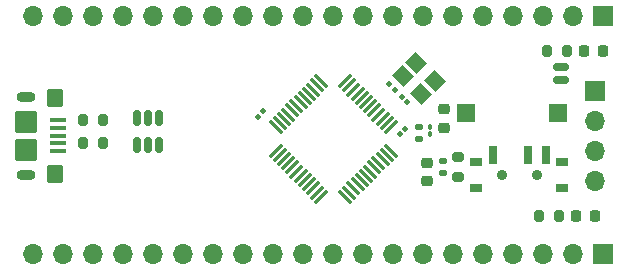
<source format=gts>
%TF.GenerationSoftware,KiCad,Pcbnew,8.0.6*%
%TF.CreationDate,2025-02-01T08:29:43+02:00*%
%TF.ProjectId,stm32,73746d33-322e-46b6-9963-61645f706362,rev?*%
%TF.SameCoordinates,Original*%
%TF.FileFunction,Soldermask,Top*%
%TF.FilePolarity,Negative*%
%FSLAX46Y46*%
G04 Gerber Fmt 4.6, Leading zero omitted, Abs format (unit mm)*
G04 Created by KiCad (PCBNEW 8.0.6) date 2025-02-01 08:29:43*
%MOMM*%
%LPD*%
G01*
G04 APERTURE LIST*
G04 Aperture macros list*
%AMRoundRect*
0 Rectangle with rounded corners*
0 $1 Rounding radius*
0 $2 $3 $4 $5 $6 $7 $8 $9 X,Y pos of 4 corners*
0 Add a 4 corners polygon primitive as box body*
4,1,4,$2,$3,$4,$5,$6,$7,$8,$9,$2,$3,0*
0 Add four circle primitives for the rounded corners*
1,1,$1+$1,$2,$3*
1,1,$1+$1,$4,$5*
1,1,$1+$1,$6,$7*
1,1,$1+$1,$8,$9*
0 Add four rect primitives between the rounded corners*
20,1,$1+$1,$2,$3,$4,$5,0*
20,1,$1+$1,$4,$5,$6,$7,0*
20,1,$1+$1,$6,$7,$8,$9,0*
20,1,$1+$1,$8,$9,$2,$3,0*%
%AMRotRect*
0 Rectangle, with rotation*
0 The origin of the aperture is its center*
0 $1 length*
0 $2 width*
0 $3 Rotation angle, in degrees counterclockwise*
0 Add horizontal line*
21,1,$1,$2,0,0,$3*%
G04 Aperture macros list end*
%ADD10RoundRect,0.100000X-0.575000X0.100000X-0.575000X-0.100000X0.575000X-0.100000X0.575000X0.100000X0*%
%ADD11O,1.600000X0.900000*%
%ADD12RoundRect,0.250000X-0.450000X0.550000X-0.450000X-0.550000X0.450000X-0.550000X0.450000X0.550000X0*%
%ADD13RoundRect,0.250000X-0.700000X0.700000X-0.700000X-0.700000X0.700000X-0.700000X0.700000X0.700000X0*%
%ADD14RoundRect,0.165000X-0.475000X0.165000X-0.475000X-0.165000X0.475000X-0.165000X0.475000X0.165000X0*%
%ADD15R,1.700000X1.700000*%
%ADD16O,1.700000X1.700000*%
%ADD17RoundRect,0.200000X-0.275000X0.200000X-0.275000X-0.200000X0.275000X-0.200000X0.275000X0.200000X0*%
%ADD18RoundRect,0.075000X0.415425X0.521491X-0.521491X-0.415425X-0.415425X-0.521491X0.521491X0.415425X0*%
%ADD19RoundRect,0.075000X-0.415425X0.521491X-0.521491X0.415425X0.415425X-0.521491X0.521491X-0.415425X0*%
%ADD20RotRect,1.400000X1.200000X315.000000*%
%ADD21R,1.000000X0.800000*%
%ADD22C,0.900000*%
%ADD23R,0.700000X1.500000*%
%ADD24RoundRect,0.218750X0.256250X-0.218750X0.256250X0.218750X-0.256250X0.218750X-0.256250X-0.218750X0*%
%ADD25RoundRect,0.100000X-0.021213X-0.162635X0.162635X0.021213X0.021213X0.162635X-0.162635X-0.021213X0*%
%ADD26RoundRect,0.218750X-0.218750X-0.256250X0.218750X-0.256250X0.218750X0.256250X-0.218750X0.256250X0*%
%ADD27RoundRect,0.100000X-0.100000X0.130000X-0.100000X-0.130000X0.100000X-0.130000X0.100000X0.130000X0*%
%ADD28RoundRect,0.135000X0.185000X-0.135000X0.185000X0.135000X-0.185000X0.135000X-0.185000X-0.135000X0*%
%ADD29RoundRect,0.150000X0.150000X-0.512500X0.150000X0.512500X-0.150000X0.512500X-0.150000X-0.512500X0*%
%ADD30RoundRect,0.200000X0.200000X0.275000X-0.200000X0.275000X-0.200000X-0.275000X0.200000X-0.275000X0*%
%ADD31RoundRect,0.135000X-0.185000X0.135000X-0.185000X-0.135000X0.185000X-0.135000X0.185000X0.135000X0*%
%ADD32R,1.500000X1.500000*%
%ADD33RoundRect,0.100000X-0.162635X0.021213X0.021213X-0.162635X0.162635X-0.021213X-0.021213X0.162635X0*%
%ADD34RoundRect,0.100000X0.162635X-0.021213X-0.021213X0.162635X-0.162635X0.021213X0.021213X-0.162635X0*%
%ADD35RoundRect,0.200000X-0.200000X-0.275000X0.200000X-0.275000X0.200000X0.275000X-0.200000X0.275000X0*%
G04 APERTURE END LIST*
D10*
%TO.C,J2*%
X111425000Y-70950000D03*
X111425000Y-71600000D03*
X111425000Y-72250000D03*
X111425000Y-72900000D03*
X111425000Y-73550000D03*
D11*
X108750000Y-68950000D03*
D12*
X111200000Y-69050000D03*
D13*
X108750000Y-71050000D03*
X108750000Y-73450000D03*
D12*
X111200000Y-75450000D03*
D11*
X108750000Y-75550000D03*
%TD*%
D14*
%TO.C,C7*%
X154000000Y-66460000D03*
X154000000Y-67540000D03*
%TD*%
D15*
%TO.C,J3*%
X156875000Y-68480000D03*
D16*
X156875000Y-71020000D03*
X156875000Y-73560000D03*
X156875000Y-76100000D03*
%TD*%
D17*
%TO.C,R2*%
X145300000Y-74075000D03*
X145300000Y-75725000D03*
%TD*%
D18*
%TO.C,U1*%
X139637876Y-71521212D03*
X139284322Y-71167658D03*
X138930769Y-70814105D03*
X138577215Y-70460551D03*
X138223662Y-70106998D03*
X137870109Y-69753445D03*
X137516555Y-69399891D03*
X137163002Y-69046338D03*
X136809449Y-68692785D03*
X136455895Y-68339231D03*
X136102342Y-67985678D03*
X135748788Y-67632124D03*
D19*
X133751212Y-67632124D03*
X133397658Y-67985678D03*
X133044105Y-68339231D03*
X132690551Y-68692785D03*
X132336998Y-69046338D03*
X131983445Y-69399891D03*
X131629891Y-69753445D03*
X131276338Y-70106998D03*
X130922785Y-70460551D03*
X130569231Y-70814105D03*
X130215678Y-71167658D03*
X129862124Y-71521212D03*
D18*
X129862124Y-73518788D03*
X130215678Y-73872342D03*
X130569231Y-74225895D03*
X130922785Y-74579449D03*
X131276338Y-74933002D03*
X131629891Y-75286555D03*
X131983445Y-75640109D03*
X132336998Y-75993662D03*
X132690551Y-76347215D03*
X133044105Y-76700769D03*
X133397658Y-77054322D03*
X133751212Y-77407876D03*
D19*
X135748788Y-77407876D03*
X136102342Y-77054322D03*
X136455895Y-76700769D03*
X136809449Y-76347215D03*
X137163002Y-75993662D03*
X137516555Y-75640109D03*
X137870109Y-75286555D03*
X138223662Y-74933002D03*
X138577215Y-74579449D03*
X138930769Y-74225895D03*
X139284322Y-73872342D03*
X139637876Y-73518788D03*
%TD*%
D20*
%TO.C,Y2*%
X140656497Y-67187868D03*
X142212132Y-68743503D03*
X143343503Y-67612132D03*
X141787868Y-66056497D03*
%TD*%
D21*
%TO.C,SW2*%
X146850000Y-74490000D03*
X146850000Y-76700000D03*
D22*
X149000000Y-75600000D03*
X152000000Y-75600000D03*
D21*
X154150000Y-74490000D03*
X154150000Y-76700000D03*
D23*
X148250000Y-73840000D03*
X151250000Y-73840000D03*
X152750000Y-73840000D03*
%TD*%
D24*
%TO.C,D4*%
X144100000Y-71587500D03*
X144100000Y-70012500D03*
%TD*%
D25*
%TO.C,C20*%
X128373726Y-70626274D03*
X128826274Y-70173726D03*
%TD*%
D26*
%TO.C,D2*%
X156012500Y-65100000D03*
X157587500Y-65100000D03*
%TD*%
D27*
%TO.C,C1*%
X142900000Y-71480000D03*
X142900000Y-72120000D03*
%TD*%
D28*
%TO.C,R1*%
X142000000Y-72510000D03*
X142000000Y-71490000D03*
%TD*%
D29*
%TO.C,U3*%
X118100000Y-73037500D03*
X119050000Y-73037500D03*
X120000000Y-73037500D03*
X120000000Y-70762500D03*
X119050000Y-70762500D03*
X118100000Y-70762500D03*
%TD*%
D30*
%TO.C,R4*%
X153825000Y-79000000D03*
X152175000Y-79000000D03*
%TD*%
D31*
%TO.C,R2*%
X144000000Y-74390000D03*
X144000000Y-75410000D03*
%TD*%
D32*
%TO.C,SW1*%
X153800000Y-70300000D03*
X146000000Y-70300000D03*
%TD*%
D33*
%TO.C,C15*%
X139500000Y-67900000D03*
X139952548Y-68352548D03*
%TD*%
D34*
%TO.C,C14*%
X141026274Y-69426274D03*
X140573726Y-68973726D03*
%TD*%
D26*
%TO.C,D1*%
X155312500Y-79000000D03*
X156887500Y-79000000D03*
%TD*%
D35*
%TO.C,R7*%
X113575000Y-70950000D03*
X115225000Y-70950000D03*
%TD*%
%TO.C,R6*%
X113575000Y-72900000D03*
X115225000Y-72900000D03*
%TD*%
D24*
%TO.C,D3*%
X142700000Y-76087500D03*
X142700000Y-74512500D03*
%TD*%
D25*
%TO.C,C19*%
X140373726Y-72126274D03*
X140826274Y-71673726D03*
%TD*%
D30*
%TO.C,R5*%
X154525000Y-65100000D03*
X152875000Y-65100000D03*
%TD*%
D15*
%TO.C,J4*%
X157620000Y-82300000D03*
D16*
X155080000Y-82300000D03*
X152540000Y-82300000D03*
X150000000Y-82300000D03*
X147460000Y-82300000D03*
X144920000Y-82300000D03*
X142380000Y-82300000D03*
X139840000Y-82300000D03*
X137300000Y-82300000D03*
X134760000Y-82300000D03*
X132220000Y-82300000D03*
X129680000Y-82300000D03*
X127140000Y-82300000D03*
X124600000Y-82300000D03*
X122060000Y-82300000D03*
X119520000Y-82300000D03*
X116980000Y-82300000D03*
X114440000Y-82300000D03*
X111900000Y-82300000D03*
X109360000Y-82300000D03*
%TD*%
D15*
%TO.C,J5*%
X157600000Y-62100000D03*
D16*
X155060000Y-62100000D03*
X152520000Y-62100000D03*
X149980000Y-62100000D03*
X147440000Y-62100000D03*
X144900000Y-62100000D03*
X142360000Y-62100000D03*
X139820000Y-62100000D03*
X137280000Y-62100000D03*
X134740000Y-62100000D03*
X132200000Y-62100000D03*
X129660000Y-62100000D03*
X127120000Y-62100000D03*
X124580000Y-62100000D03*
X122040000Y-62100000D03*
X119500000Y-62100000D03*
X116960000Y-62100000D03*
X114420000Y-62100000D03*
X111880000Y-62100000D03*
X109340000Y-62100000D03*
%TD*%
M02*

</source>
